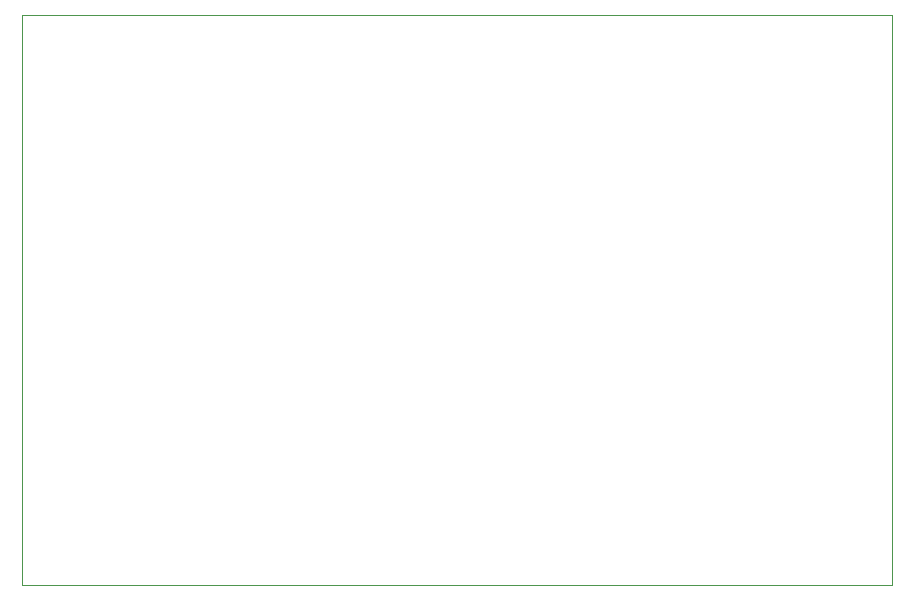
<source format=gm1>
%TF.GenerationSoftware,KiCad,Pcbnew,7.0.8*%
%TF.CreationDate,2023-10-07T23:44:30-07:00*%
%TF.ProjectId,htpm_control_module_display,6874706d-5f63-46f6-9e74-726f6c5f6d6f,1*%
%TF.SameCoordinates,Original*%
%TF.FileFunction,Profile,NP*%
%FSLAX46Y46*%
G04 Gerber Fmt 4.6, Leading zero omitted, Abs format (unit mm)*
G04 Created by KiCad (PCBNEW 7.0.8) date 2023-10-07 23:44:30*
%MOMM*%
%LPD*%
G01*
G04 APERTURE LIST*
%TA.AperFunction,Profile*%
%ADD10C,0.100000*%
%TD*%
G04 APERTURE END LIST*
D10*
X111760000Y-73660000D02*
X185420000Y-73660000D01*
X185420000Y-121920000D01*
X111760000Y-121920000D01*
X111760000Y-73660000D01*
M02*

</source>
